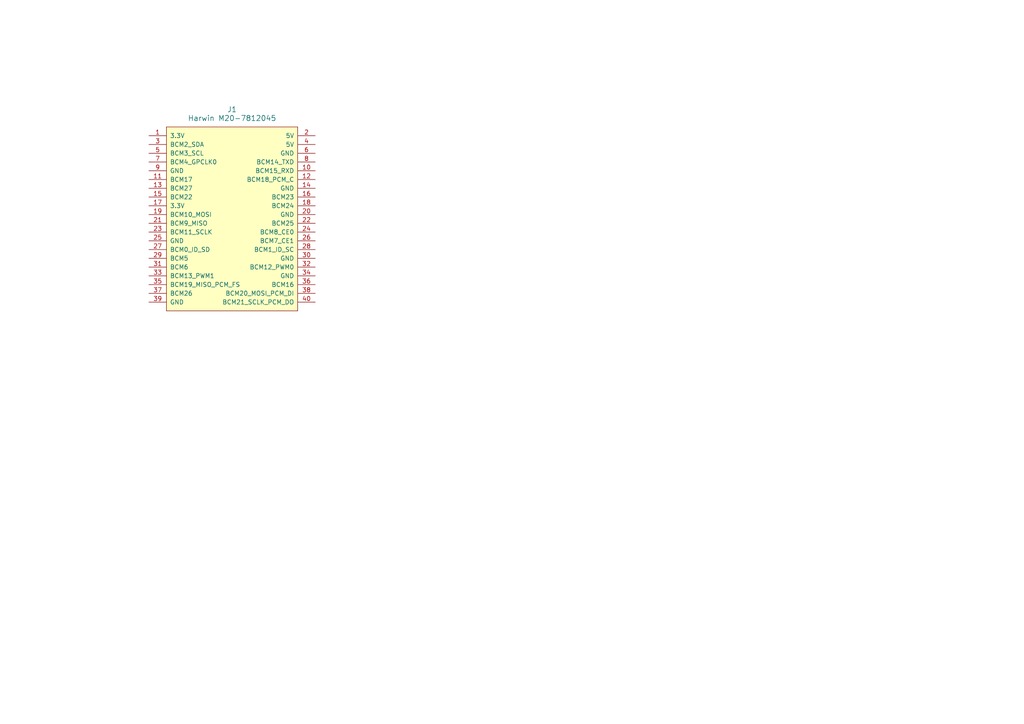
<source format=kicad_sch>
(kicad_sch (version 20231120) (generator "eeschema") (generator_version "8.0")
  (paper "A4")
  (lib_symbols
    (symbol "ch:RPi_GPIO" (pin_names (offset 1.016))
      (property "Reference" "J1" (at -16.51 27.94 0))
      (property "Value" "RPi_GPIO" (at 0 27.94 0))
      (symbol "RPi_GPIO_1_1"
        (rectangle (start -19.05 26.67) (end 19.05 -26.67) (fill (type background)))
        (pin power_in line (at -24.13 24.13 0) (length 5.08) (name "3.3V") (number "1"))
        (pin bidirectional line (at 24.13 13.97 180) (length 5.08) (name "BCM15_RXD") (number "10"))
        (pin bidirectional line (at -24.13 11.43 0) (length 5.08) (name "BCM17") (number "11"))
        (pin bidirectional line (at 24.13 11.43 180) (length 5.08) (name "BCM18_PCM_C") (number "12"))
        (pin bidirectional line (at -24.13 8.89 0) (length 5.08) (name "BCM27") (number "13"))
        (pin power_in line (at 24.13 8.89 180) (length 5.08) (name "GND") (number "14"))
        (pin bidirectional line (at -24.13 6.35 0) (length 5.08) (name "BCM22") (number "15"))
        (pin bidirectional line (at 24.13 6.35 180) (length 5.08) (name "BCM23") (number "16"))
        (pin power_in line (at -24.13 3.81 0) (length 5.08) (name "3.3V") (number "17"))
        (pin bidirectional line (at 24.13 3.81 180) (length 5.08) (name "BCM24") (number "18"))
        (pin bidirectional line (at -24.13 1.27 0) (length 5.08) (name "BCM10_MOSI") (number "19"))
        (pin power_in line (at 24.13 24.13 180) (length 5.08) (name "5V") (number "2"))
        (pin power_in line (at 24.13 1.27 180) (length 5.08) (name "GND") (number "20"))
        (pin bidirectional line (at -24.13 -1.27 0) (length 5.08) (name "BCM9_MISO") (number "21"))
        (pin bidirectional line (at 24.13 -1.27 180) (length 5.08) (name "BCM25") (number "22"))
        (pin bidirectional line (at -24.13 -3.81 0) (length 5.08) (name "BCM11_SCLK") (number "23"))
        (pin bidirectional line (at 24.13 -3.81 180) (length 5.08) (name "BCM8_CE0") (number "24"))
        (pin power_in line (at -24.13 -6.35 0) (length 5.08) (name "GND") (number "25"))
        (pin bidirectional line (at 24.13 -6.35 180) (length 5.08) (name "BCM7_CE1") (number "26"))
        (pin bidirectional line (at -24.13 -8.89 0) (length 5.08) (name "BCM0_ID_SD") (number "27"))
        (pin bidirectional line (at 24.13 -8.89 180) (length 5.08) (name "BCM1_ID_SC") (number "28"))
        (pin bidirectional line (at -24.13 -11.43 0) (length 5.08) (name "BCM5") (number "29"))
        (pin bidirectional line (at -24.13 21.59 0) (length 5.08) (name "BCM2_SDA") (number "3"))
        (pin power_in line (at 24.13 -11.43 180) (length 5.08) (name "GND") (number "30"))
        (pin bidirectional line (at -24.13 -13.97 0) (length 5.08) (name "BCM6") (number "31"))
        (pin bidirectional line (at 24.13 -13.97 180) (length 5.08) (name "BCM12_PWM0") (number "32"))
        (pin bidirectional line (at -24.13 -16.51 0) (length 5.08) (name "BCM13_PWM1") (number "33"))
        (pin power_in line (at 24.13 -16.51 180) (length 5.08) (name "GND") (number "34"))
        (pin bidirectional line (at -24.13 -19.05 0) (length 5.08) (name "BCM19_MISO_PCM_FS") (number "35"))
        (pin bidirectional line (at 24.13 -19.05 180) (length 5.08) (name "BCM16") (number "36"))
        (pin bidirectional line (at -24.13 -21.59 0) (length 5.08) (name "BCM26") (number "37"))
        (pin bidirectional line (at 24.13 -21.59 180) (length 5.08) (name "BCM20_MOSI_PCM_DI") (number "38"))
        (pin power_in line (at -24.13 -24.13 0) (length 5.08) (name "GND") (number "39"))
        (pin power_in line (at 24.13 21.59 180) (length 5.08) (name "5V") (number "4"))
        (pin bidirectional line (at 24.13 -24.13 180) (length 5.08) (name "BCM21_SCLK_PCM_DO") (number "40"))
        (pin bidirectional line (at -24.13 19.05 0) (length 5.08) (name "BCM3_SCL") (number "5"))
        (pin power_in line (at 24.13 19.05 180) (length 5.08) (name "GND") (number "6"))
        (pin bidirectional line (at -24.13 16.51 0) (length 5.08) (name "BCM4_GPCLK0") (number "7"))
        (pin bidirectional line (at 24.13 16.51 180) (length 5.08) (name "BCM14_TXD") (number "8"))
        (pin power_in line (at -24.13 13.97 0) (length 5.08) (name "GND") (number "9"))
      )
    )
  )
  (symbol (lib_id "ch:RPi_GPIO") (at 67.31 63.5 0) (unit 1)
    (property "Reference" "J1" (at 67.31 31.75 0) (effects (font (size 1.524 1.524))))
    (property "Value" "Harwin M20-7812045" (at 67.31 34.29 0) (effects (font (size 1.524 1.524))))
    (property "Footprint" "ch:Harwin M20-7812045" (effects (hide yes)))
    (property "Datasheet" "https://content.harwin.com/m/1648568c8cf5fc82/original/DRG-02609-Technical-Drawing-Datasheet-M20-781-pdf.pdf" (effects (hide yes)))
    (property "LCSC" "C42411761" (effects (hide yes)))
    (property "MPN" "M20-7812045" (effects (hide yes)))
    (property "Mfr" "Hawrin" (effects (hide yes)))
  )
)
</source>
